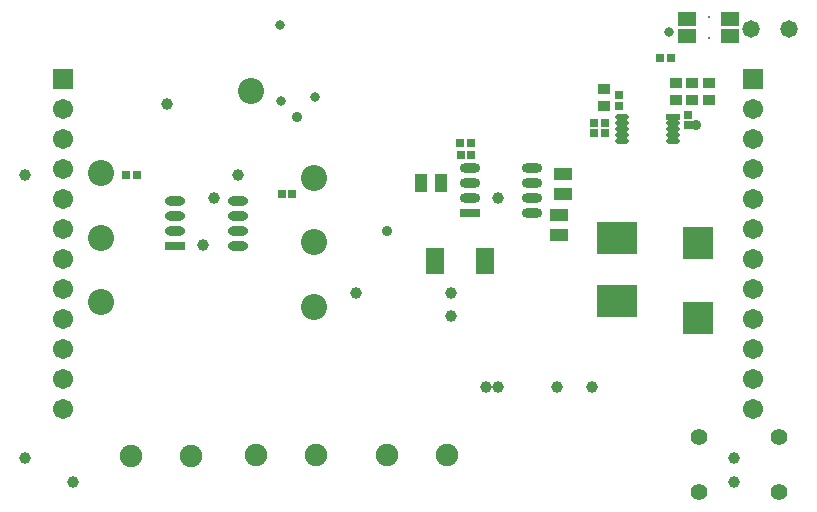
<source format=gbs>
G04 Layer_Color=16711935*
%FSLAX25Y25*%
%MOIN*%
G70*
G01*
G75*
%ADD56C,0.06706*%
%ADD57R,0.06706X0.06706*%
%ADD58C,0.07493*%
%ADD59C,0.05524*%
%ADD60C,0.08674*%
%ADD61C,0.00800*%
%ADD62C,0.03162*%
%ADD63C,0.05800*%
%ADD64C,0.03950*%
%ADD65R,0.06312X0.04934*%
%ADD66R,0.06312X0.09068*%
%ADD67R,0.10249X0.11036*%
%ADD68R,0.13595X0.10642*%
%ADD69R,0.02572X0.02965*%
%ADD70R,0.04343X0.03556*%
%ADD71R,0.04540X0.02000*%
%ADD72O,0.04540X0.02000*%
%ADD73R,0.02965X0.02572*%
%ADD74O,0.06784X0.03162*%
%ADD75R,0.06784X0.03162*%
%ADD76R,0.05918X0.04147*%
%ADD77R,0.06902X0.03162*%
%ADD78O,0.06902X0.03162*%
%ADD79R,0.04147X0.05918*%
%ADD80C,0.03556*%
D56*
X244609Y34647D02*
D03*
Y44647D02*
D03*
Y54647D02*
D03*
Y64647D02*
D03*
Y74647D02*
D03*
Y84647D02*
D03*
Y94647D02*
D03*
Y104647D02*
D03*
Y114647D02*
D03*
Y124647D02*
D03*
Y134647D02*
D03*
X14609Y34647D02*
D03*
Y44647D02*
D03*
Y54647D02*
D03*
Y64647D02*
D03*
Y74647D02*
D03*
Y84647D02*
D03*
Y94647D02*
D03*
Y104647D02*
D03*
Y114647D02*
D03*
Y124647D02*
D03*
Y134647D02*
D03*
D57*
X244609Y144647D02*
D03*
X14609D02*
D03*
D58*
X37300Y19000D02*
D03*
X57300D02*
D03*
X78900Y19300D02*
D03*
X98900D02*
D03*
X142700D02*
D03*
X122700D02*
D03*
D59*
X226514Y7245D02*
D03*
Y25355D02*
D03*
X253286D02*
D03*
Y7245D02*
D03*
D60*
X98400Y68900D02*
D03*
Y90400D02*
D03*
Y111900D02*
D03*
X27400Y113300D02*
D03*
Y91800D02*
D03*
Y70300D02*
D03*
X77400Y140700D02*
D03*
D61*
X229800Y158313D02*
D03*
Y165400D02*
D03*
D62*
X98600Y138700D02*
D03*
X87100Y162600D02*
D03*
X216500Y160500D02*
D03*
X87200Y137400D02*
D03*
D63*
X256700Y161400D02*
D03*
X244100Y161500D02*
D03*
D64*
X17821Y10545D02*
D03*
X65065Y105033D02*
D03*
X49317Y136529D02*
D03*
X112309Y73537D02*
D03*
X159554Y42041D02*
D03*
X143805Y73537D02*
D03*
X159554Y105033D02*
D03*
X191050Y42041D02*
D03*
X238294Y10545D02*
D03*
X2073Y18419D02*
D03*
Y112907D02*
D03*
X61128Y89285D02*
D03*
X72939Y112907D02*
D03*
X155617Y42041D02*
D03*
X143806Y65663D02*
D03*
X179239Y42041D02*
D03*
X238294Y18419D02*
D03*
D65*
X236887Y164711D02*
D03*
X222713D02*
D03*
X236887Y159002D02*
D03*
X222713D02*
D03*
D66*
X138665Y84100D02*
D03*
X155200D02*
D03*
D67*
X226372Y65009D02*
D03*
Y90206D02*
D03*
D68*
X199400Y91600D02*
D03*
Y70600D02*
D03*
D69*
X217272Y151700D02*
D03*
X213728D02*
D03*
X35728Y112800D02*
D03*
X39272D02*
D03*
X91072Y106400D02*
D03*
X87528D02*
D03*
X191628Y126600D02*
D03*
X195172D02*
D03*
X191628Y130100D02*
D03*
X195172D02*
D03*
X150572Y123400D02*
D03*
X147028D02*
D03*
X150672Y119500D02*
D03*
X147128D02*
D03*
D70*
X229900Y143356D02*
D03*
Y137844D02*
D03*
X224400Y143356D02*
D03*
Y137844D02*
D03*
X218900Y143356D02*
D03*
Y137844D02*
D03*
X194900Y135844D02*
D03*
Y141356D02*
D03*
D71*
X217947Y132037D02*
D03*
D72*
Y130069D02*
D03*
Y128100D02*
D03*
Y126131D02*
D03*
Y124163D02*
D03*
X200900Y132037D02*
D03*
Y130069D02*
D03*
Y128100D02*
D03*
Y126131D02*
D03*
Y124163D02*
D03*
D73*
X222900Y129328D02*
D03*
Y132872D02*
D03*
X199900Y139372D02*
D03*
Y135828D02*
D03*
D74*
X73100Y104100D02*
D03*
Y99100D02*
D03*
Y94100D02*
D03*
Y89100D02*
D03*
X52100Y104100D02*
D03*
Y99100D02*
D03*
Y94100D02*
D03*
D75*
Y89100D02*
D03*
D76*
X181400Y106254D02*
D03*
Y112946D02*
D03*
X179900Y99446D02*
D03*
Y92753D02*
D03*
D77*
X150140Y100100D02*
D03*
D78*
Y105100D02*
D03*
Y110100D02*
D03*
Y115100D02*
D03*
X170900Y100100D02*
D03*
Y105100D02*
D03*
Y110100D02*
D03*
Y115100D02*
D03*
D79*
X140746Y110100D02*
D03*
X134054D02*
D03*
D80*
X92469Y132132D02*
D03*
X122500Y94000D02*
D03*
X225600Y129400D02*
D03*
M02*

</source>
